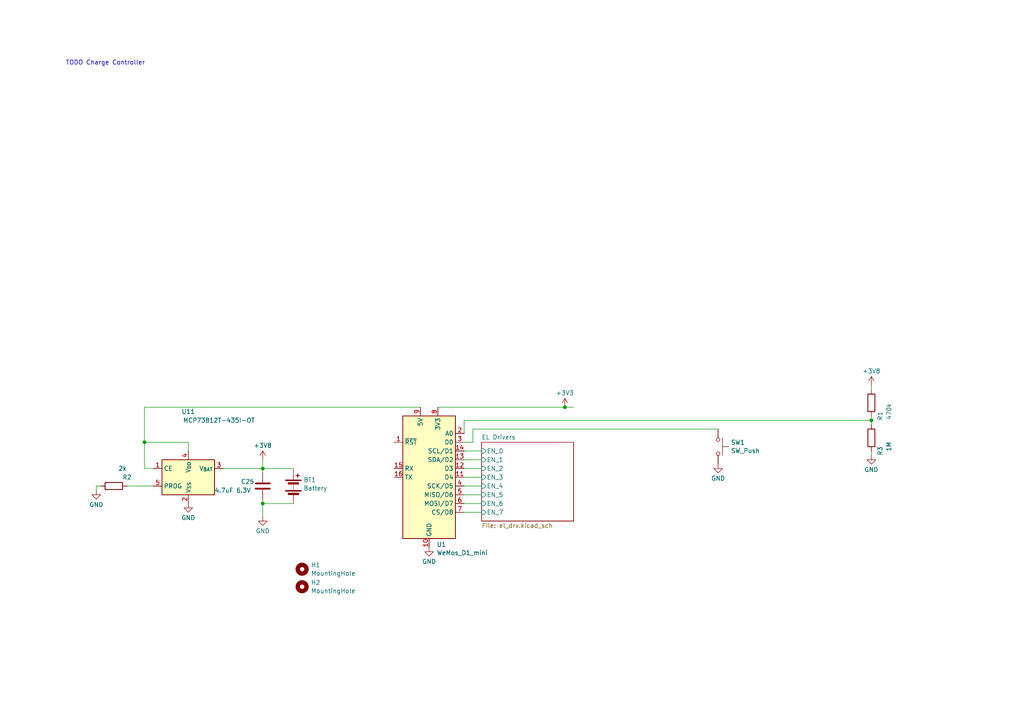
<source format=kicad_sch>
(kicad_sch (version 20230121) (generator eeschema)
  (paper "A4")
  (lib_symbols
    (symbol "Battery_Management:MCP73812T-435I-OT"
      (property "Reference" "U" (at -6.35 6.35 0))
      (property "Value" "MCP73812T-435I-OT" (at 1.27 6.35 0))
      (symbol "MCP73812T-435I-OT_0_1"
        (rectangle (start -7.62 5.08) (end 7.62 -5.08) (stroke (width 0.254)) (fill (type background)))
      )
      (symbol "MCP73812T-435I-OT_1_1"
        (pin input line (at -10.16 2.54 0) (length 2.54) (name "CE") (number "1"))
        (pin power_in line (at 0 -7.62 90) (length 2.54) (name "V_{SS}") (number "2"))
        (pin power_out line (at 10.16 2.54 180) (length 2.54) (name "V_{BAT}") (number "3"))
        (pin power_in line (at 0 7.62 270) (length 2.54) (name "V_{DD}") (number "4"))
        (pin input line (at -10.16 -2.54 0) (length 2.54) (name "PROG") (number "5"))
      )
    )
    (symbol "Device:Battery" (pin_numbers hide) (pin_names (offset 0) hide)
      (property "Reference" "BT" (at 2.54 2.54 0))
      (property "Value" "Battery" (at 2.54 0 0))
      (symbol "Battery_0_1"
        (rectangle (start -2.286 -1.27) (end 2.286 -1.524) (fill (type outline)))
        (rectangle (start -2.286 1.778) (end 2.286 1.524) (fill (type outline)))
        (rectangle (start -1.524 -2.032) (end 1.524 -2.54) (fill (type outline)))
        (rectangle (start -1.524 1.016) (end 1.524 0.508) (fill (type outline)))
        (polyline (pts (xy 0 -1.016) (xy 0 -0.762)))
        (polyline (pts (xy 0 -0.508) (xy 0 -0.254)))
        (polyline (pts (xy 0 0) (xy 0 0.254)))
        (polyline (pts (xy 0 1.778) (xy 0 2.54)))
        (polyline (pts (xy 0.762 3.048) (xy 1.778 3.048)) (stroke (width 0.254)))
        (polyline (pts (xy 1.27 3.556) (xy 1.27 2.54)) (stroke (width 0.254)))
      )
      (symbol "Battery_1_1"
        (pin passive line (at 0 5.08 270) (length 2.54) (name "+") (number "1"))
        (pin passive line (at 0 -5.08 90) (length 2.54) (name "-") (number "2"))
      )
    )
    (symbol "Device:C" (pin_numbers hide) (pin_names (offset 0.254))
      (property "Reference" "C" (at 0.635 2.54 0))
      (property "Value" "C" (at 0.635 -2.54 0))
      (symbol "C_0_1"
        (polyline (pts (xy -2.032 -0.762) (xy 2.032 -0.762)) (stroke (width 0.508)))
        (polyline (pts (xy -2.032 0.762) (xy 2.032 0.762)) (stroke (width 0.508)))
      )
      (symbol "C_1_1"
        (pin passive line (at 0 3.81 270) (length 2.794) (name "~") (number "1"))
        (pin passive line (at 0 -3.81 90) (length 2.794) (name "~") (number "2"))
      )
    )
    (symbol "Device:R" (pin_numbers hide) (pin_names (offset 0))
      (property "Reference" "R" (at 2.032 0 90))
      (property "Value" "R" (at 0 0 90))
      (symbol "R_0_1"
        (rectangle (start -1.016 -2.54) (end 1.016 2.54) (stroke (width 0.254)))
      )
      (symbol "R_1_1"
        (pin passive line (at 0 3.81 270) (length 1.27) (name "~") (number "1"))
        (pin passive line (at 0 -3.81 90) (length 1.27) (name "~") (number "2"))
      )
    )
    (symbol "MCU_Module:WeMos_D1_mini"
      (property "Reference" "U" (at 3.81 19.05 0))
      (property "Value" "WeMos_D1_mini" (at 1.27 -19.05 0))
      (symbol "WeMos_D1_mini_1_1"
        (rectangle (start -7.62 17.78) (end 7.62 -17.78) (stroke (width 0.254)) (fill (type background)))
        (pin input line (at -10.16 10.16 0) (length 2.54) (name "~{RST}") (number "1"))
        (pin power_in line (at 0 -20.32 90) (length 2.54) (name "GND") (number "10"))
        (pin bidirectional line (at 10.16 0 180) (length 2.54) (name "D4") (number "11"))
        (pin bidirectional line (at 10.16 2.54 180) (length 2.54) (name "D3") (number "12"))
        (pin bidirectional line (at 10.16 5.08 180) (length 2.54) (name "SDA/D2") (number "13"))
        (pin bidirectional line (at 10.16 7.62 180) (length 2.54) (name "SCL/D1") (number "14"))
        (pin input line (at -10.16 2.54 0) (length 2.54) (name "RX") (number "15"))
        (pin output line (at -10.16 0 0) (length 2.54) (name "TX") (number "16"))
        (pin input line (at 10.16 12.7 180) (length 2.54) (name "A0") (number "2"))
        (pin bidirectional line (at 10.16 10.16 180) (length 2.54) (name "D0") (number "3"))
        (pin bidirectional line (at 10.16 -2.54 180) (length 2.54) (name "SCK/D5") (number "4"))
        (pin bidirectional line (at 10.16 -5.08 180) (length 2.54) (name "MISO/D6") (number "5"))
        (pin bidirectional line (at 10.16 -7.62 180) (length 2.54) (name "MOSI/D7") (number "6"))
        (pin bidirectional line (at 10.16 -10.16 180) (length 2.54) (name "CS/D8") (number "7"))
        (pin power_out line (at 2.54 20.32 270) (length 2.54) (name "3V3") (number "8"))
        (pin power_in line (at -2.54 20.32 270) (length 2.54) (name "5V") (number "9"))
      )
    )
    (symbol "Mechanical:MountingHole" (pin_names (offset 1.016))
      (property "Reference" "H" (at 0 5.08 0))
      (property "Value" "MountingHole" (at 0 3.175 0))
      (symbol "MountingHole_0_1"
        (circle (center 0 0) (radius 1.27) (stroke (width 1.27)))
      )
    )
    (symbol "Switch:SW_Push" (pin_numbers hide) (pin_names (offset 1.016) hide)
      (property "Reference" "SW" (at 1.27 2.54 0))
      (property "Value" "SW_Push" (at 0 -1.524 0))
      (symbol "SW_Push_0_1"
        (circle (center -2.032 0) (radius 0.508))
        (polyline (pts (xy 0 1.27) (xy 0 3.048)))
        (polyline (pts (xy 2.54 1.27) (xy -2.54 1.27)))
        (circle (center 2.032 0) (radius 0.508))
        (pin passive line (at -5.08 0 0) (length 2.54) (name "1") (number "1"))
        (pin passive line (at 5.08 0 180) (length 2.54) (name "2") (number "2"))
      )
    )
    (symbol "power:+3V3" (power) (pin_names (offset 0))
      (property "Value" "+3V3" (at 0 3.556 0))
      (symbol "+3V3_0_1"
        (polyline (pts (xy -0.762 1.27) (xy 0 2.54)))
        (polyline (pts (xy 0 0) (xy 0 2.54)))
        (polyline (pts (xy 0 2.54) (xy 0.762 1.27)))
      )
      (symbol "+3V3_1_1"
        (pin power_in line (at 0 0 90) (length 0) hide (name "+3V3") (number "1"))
      )
    )
    (symbol "power:+3V8" (power) (pin_names (offset 0))
      (property "Value" "+3V8" (at 0 3.556 0))
      (symbol "+3V8_0_1"
        (polyline (pts (xy -0.762 1.27) (xy 0 2.54)))
        (polyline (pts (xy 0 0) (xy 0 2.54)))
        (polyline (pts (xy 0 2.54) (xy 0.762 1.27)))
      )
      (symbol "+3V8_1_1"
        (pin power_in line (at 0 0 90) (length 0) hide (name "+3V8") (number "1"))
      )
    )
    (symbol "power:GND" (power) (pin_names (offset 0))
      (property "Value" "GND" (at 0 -3.81 0))
      (symbol "GND_0_1"
        (polyline (pts (xy 0 0) (xy 0 -1.27) (xy 1.27 -1.27) (xy 0 -2.54) (xy -1.27 -1.27) (xy 0 -1.27)))
      )
      (symbol "GND_1_1"
        (pin power_in line (at 0 0 270) (length 0) hide (name "GND") (number "1"))
      )
    )
  )
  (junction (at 41.91 128.27))
  (junction (at 76.2 135.89))
  (junction (at 252.73 121.92))
  (junction (at 76.2 146.05))
  (junction (at 163.83 118.11))
  (wire (pts (xy 41.91 118.11) (xy 41.91 128.27)))
  (wire (pts (xy 134.62 133.35) (xy 139.7 133.35)))
  (wire (pts (xy 76.2 135.89) (xy 85.09 135.89)))
  (wire (pts (xy 134.62 138.43) (xy 139.7 138.43)))
  (wire (pts (xy 41.91 128.27) (xy 54.61 128.27)))
  (wire (pts (xy 76.2 146.05) (xy 76.2 144.78)))
  (wire (pts (xy 121.92 118.11) (xy 41.91 118.11)))
  (wire (pts (xy 76.2 146.05) (xy 85.09 146.05)))
  (wire (pts (xy 163.83 118.11) (xy 166.37 118.11)))
  (wire (pts (xy 252.73 130.81) (xy 252.73 132.08)))
  (wire (pts (xy 41.91 135.89) (xy 41.91 128.27)))
  (wire (pts (xy 64.77 135.89) (xy 76.2 135.89)))
  (wire (pts (xy 134.62 148.59) (xy 139.7 148.59)))
  (wire (pts (xy 134.62 135.89) (xy 139.7 135.89)))
  (wire (pts (xy 44.45 135.89) (xy 41.91 135.89)))
  (wire (pts (xy 76.2 149.86) (xy 76.2 146.05)))
  (wire (pts (xy 27.94 142.24) (xy 27.94 140.97)))
  (wire (pts (xy 252.73 121.92) (xy 252.73 123.19)))
  (wire (pts (xy 252.73 120.65) (xy 252.73 121.92)))
  (wire (pts (xy 76.2 135.89) (xy 76.2 137.16)))
  (wire (pts (xy 54.61 128.27) (xy 54.61 130.81)))
  (wire (pts (xy 134.62 128.27) (xy 137.16 128.27)))
  (wire (pts (xy 137.16 124.46) (xy 208.28 124.46)))
  (wire (pts (xy 27.94 140.97) (xy 29.21 140.97)))
  (wire (pts (xy 134.62 146.05) (xy 139.7 146.05)))
  (wire (pts (xy 134.62 125.73) (xy 134.62 121.92)))
  (wire (pts (xy 76.2 133.35) (xy 76.2 135.89)))
  (wire (pts (xy 134.62 143.51) (xy 139.7 143.51)))
  (wire (pts (xy 134.62 121.92) (xy 252.73 121.92)))
  (wire (pts (xy 137.16 128.27) (xy 137.16 124.46)))
  (wire (pts (xy 44.45 140.97) (xy 36.83 140.97)))
  (wire (pts (xy 127 118.11) (xy 163.83 118.11)))
  (wire (pts (xy 134.62 130.81) (xy 139.7 130.81)))
  (wire (pts (xy 134.62 140.97) (xy 139.7 140.97)))
  (wire (pts (xy 252.73 111.76) (xy 252.73 113.03)))
  (text "TODO Charge Controller\n" (at 19.05 19.05 0) (effects (font (size 1.27 1.27)) (justify left bottom)))
  (symbol (lib_id "Switch:SW_Push") (at 208.28 129.54 270) (unit 1)
    (property "Reference" "SW1" (at 211.963 128.3279 90) (effects (justify left)))
    (property "Value" "SW_Push" (at 211.963 130.7521 90) (effects (justify left)))
    (property "Footprint" "Button_Switch_THT:SW_Tactile_SPST_Angled_PTS645Vx31-2LFS" (effects hide))
  )
  (symbol (lib_id "Device:Battery") (at 85.09 140.97 0) (unit 1)
    (property "Reference" "BT1" (at 88.011 139.1864 0) (effects (justify left)))
    (property "Value" "Battery" (at 88.011 141.6106 0) (effects (justify left)))
    (property "Footprint" "Battery:BatteryHolder_MPD_BH-18650-PC2" (effects hide))
  )
  (symbol (lib_id "Device:C") (at 76.2 140.97 0) (unit 1)
    (property "Reference" "C25" (at 69.85 139.7 0) (effects (justify left)))
    (property "Value" "4.7uF 6.3V" (at 62.23 142.24 0) (effects (justify left)))
    (property "Footprint" "Capacitor_SMD:C_0603_1608Metric" (effects hide))
  )
  (symbol (lib_id "MCU_Module:WeMos_D1_mini") (at 124.46 138.43 0) (unit 1)
    (property "Reference" "U1" (at 126.6541 157.9301 0) (effects (justify left)))
    (property "Value" "WeMos_D1_mini" (at 126.6541 160.3543 0) (effects (justify left)))
    (property "Footprint" "Module:WEMOS_D1_mini_light" (effects hide))
    (property "Datasheet" "https://wiki.wemos.cc/products:d1:d1_mini#documentation" (effects hide))
  )
  (symbol (lib_id "power:GND") (at 27.94 142.24 0) (unit 1)
    (property "Reference" "#PWR031" (effects hide))
    (property "Value" "GND" (at 27.94 146.3731 0))
  )
  (symbol (lib_id "Mechanical:MountingHole") (at 87.63 165.1 0) (unit 1)
    (property "Reference" "H1" (at 90.17 163.8879 0) (effects (justify left)))
    (property "Value" "MountingHole" (at 90.17 166.3121 0) (effects (justify left)))
    (property "Footprint" "MountingHole:MountingHole_3.2mm_M3" (effects hide))
  )
  (symbol (lib_id "Device:R") (at 252.73 127 0) (unit 1)
    (property "Reference" "R3" (at 255.27 130.81 90))
    (property "Value" "1M" (at 257.81 129.54 90))
    (property "Footprint" "Resistor_SMD:R_0603_1608Metric" (effects hide))
  )
  (symbol (lib_id "Device:R") (at 252.73 116.84 0) (unit 1)
    (property "Reference" "R1" (at 255.27 120.65 90))
    (property "Value" "470k" (at 257.81 119.38 90))
    (property "Footprint" "Resistor_SMD:R_0603_1608Metric" (effects hide))
  )
  (symbol (lib_id "power:+3V8") (at 252.73 111.76 0) (unit 1)
    (property "Reference" "#PWR027" (effects hide))
    (property "Value" "+3V8" (at 252.73 107.6269 0))
  )
  (symbol (lib_id "power:+3V8") (at 76.2 133.35 0) (unit 1)
    (property "Reference" "#PWR029" (effects hide))
    (property "Value" "+3V8" (at 76.2 129.2169 0))
  )
  (symbol (lib_id "power:GND") (at 76.2 149.86 0) (unit 1)
    (property "Reference" "#PWR030" (effects hide))
    (property "Value" "GND" (at 76.2 153.9931 0))
  )
  (symbol (lib_id "power:GND") (at 54.61 146.05 0) (unit 1)
    (property "Reference" "#PWR032" (effects hide))
    (property "Value" "GND" (at 54.61 150.1831 0))
  )
  (symbol (lib_id "Mechanical:MountingHole") (at 87.63 170.18 0) (unit 1)
    (property "Reference" "H2" (at 90.17 168.9679 0) (effects (justify left)))
    (property "Value" "MountingHole" (at 90.17 171.3921 0) (effects (justify left)))
    (property "Footprint" "MountingHole:MountingHole_3.2mm_M3" (effects hide))
  )
  (symbol (lib_id "power:+3V3") (at 163.83 118.11 0) (unit 1)
    (property "Reference" "#PWR026" (effects hide))
    (property "Value" "+3V3" (at 163.83 113.9769 0))
  )
  (symbol (lib_id "power:GND") (at 208.28 134.62 0) (unit 1)
    (property "Reference" "#PWR033" (effects hide))
    (property "Value" "GND" (at 208.28 138.7531 0))
  )
  (symbol (lib_id "power:GND") (at 124.46 158.75 0) (unit 1)
    (property "Reference" "#PWR025" (effects hide))
    (property "Value" "GND" (at 124.46 162.8831 0))
  )
  (symbol (lib_id "Battery_Management:MCP73812T-435I-OT") (at 54.61 138.43 0) (unit 1)
    (property "Reference" "U11" (at 54.61 119.38 0))
    (property "Value" "MCP73812T-435I-OT" (at 63.5 121.92 0))
    (property "Footprint" "Package_TO_SOT_SMD:SOT-23-5" (effects hide))
    (property "Datasheet" "http://ww1.microchip.com/downloads/en/DeviceDoc/22036b.pdf" (effects hide))
  )
  (symbol (lib_id "power:GND") (at 252.73 132.08 0) (unit 1)
    (property "Reference" "#PWR028" (effects hide))
    (property "Value" "GND" (at 252.73 136.2131 0))
  )
  (symbol (lib_id "Device:R") (at 33.02 140.97 90) (unit 1)
    (property "Reference" "R2" (at 36.83 138.43 90))
    (property "Value" "2k" (at 35.56 135.89 90))
    (property "Footprint" "Resistor_SMD:R_0603_1608Metric" (effects hide))
  )
  (sheet (at 139.7 128.27) (size 26.67 22.86) (stroke (width 0.1524))
    (property "Sheetname" "EL Drivers" (at 139.7 127.5584 0) (effects (justify left bottom)))
    (property "Sheetfile" "el_drv.kicad_sch" (at 139.7 151.7146 0) (effects (justify left top)))
    (pin "EN_4" input (at 139.7 140.97 180))
    (pin "EN_5" input (at 139.7 143.51 180))
    (pin "EN_1" input (at 139.7 133.35 180))
    (pin "EN_0" input (at 139.7 130.81 180))
    (pin "EN_3" input (at 139.7 138.43 180))
    (pin "EN_2" input (at 139.7 135.89 180))
    (pin "EN_6" input (at 139.7 146.05 180))
    (pin "EN_7" input (at 139.7 148.59 180))
  )
)
</source>
